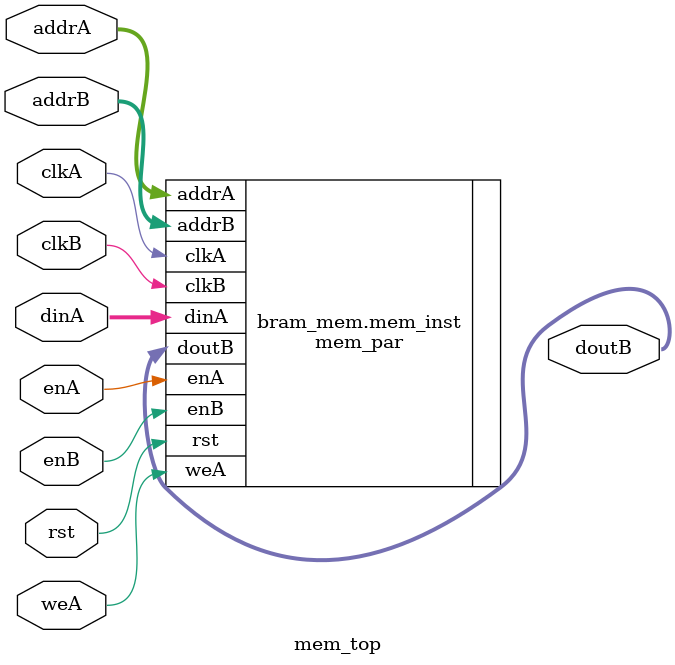
<source format=sv>
`timescale 1ps / 1ps

/*
mem_top - top mem module, instantiates different memories depending on MEM_SIZE
*/

module mem_top
#(
    parameter WIDTH = 32,
    parameter DEPTH = 512,
    parameter DIST = 4096   // threshold for distributed memory: 128x32b, 512x8b
)
(
    input  wire                     rst,
    input  wire                     clkA,
    input  wire                     clkB,
    input  wire                     weA,
    input  wire                     enA,
    input  wire                     enB,
    input  wire [$clog2(DEPTH)-1:0] addrA,
    input  wire [$clog2(DEPTH)-1:0] addrB,
    input  wire [WIDTH-1:0]         dinA,
    output wire [WIDTH-1:0]         doutB
);

localparam int MEM_SIZE = WIDTH * DEPTH;

generate
    if (MEM_SIZE <= DIST) begin: distr_mem
        mem_dist #(
            .WIDTH ( WIDTH ),
            .DEPTH ( DEPTH )
        )
        mem_inst (
            .rst   ( rst   ),
            .clkA  ( clkA  ),
            .clkB  ( clkB  ),
            .weA   ( weA   ),
            .enA   ( enA   ),
            .enB   ( enB   ),
            .addrA ( addrA ),
            .addrB ( addrB ),
            .dinA  ( dinA  ),
            .doutB ( doutB )
        );
    end else begin: bram_mem
        mem_par #(
            .WIDTH ( WIDTH ),
            .DEPTH ( DEPTH )
        )
        mem_inst (
            .rst   ( rst   ),
            .clkA  ( clkA  ),
            .clkB  ( clkB  ),
            .weA   ( weA   ),
            .enA   ( enA   ),
            .enB   ( enB   ),
            .addrA ( addrA ),
            .addrB ( addrB ),
            .dinA  ( dinA  ),
            .doutB ( doutB )
        );
    end
endgenerate

endmodule

</source>
